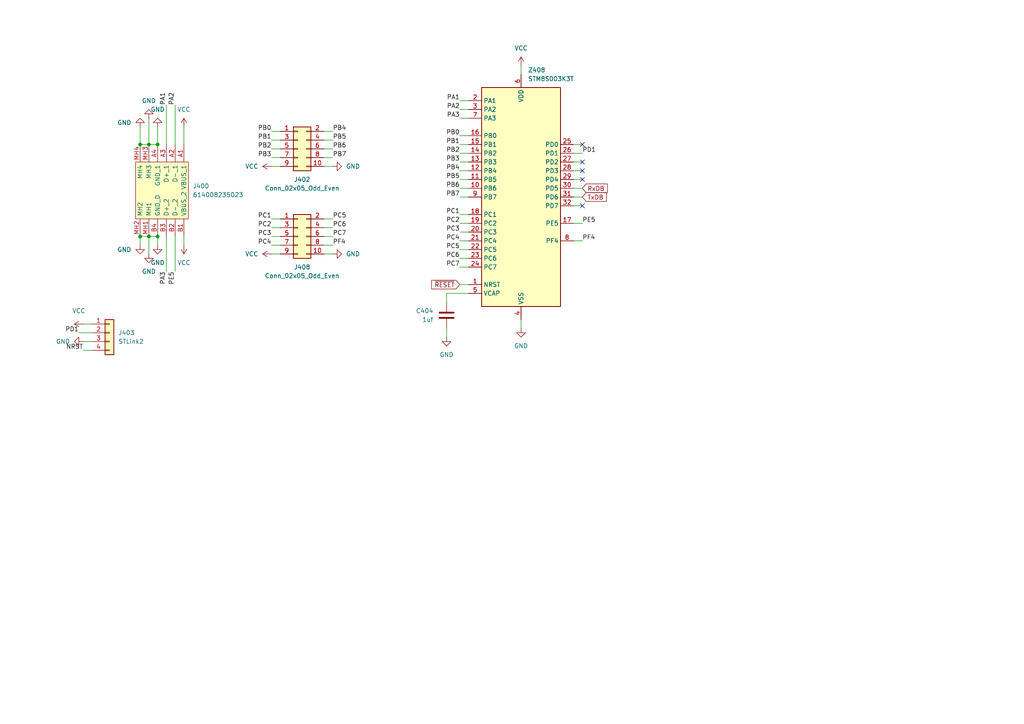
<source format=kicad_sch>
(kicad_sch (version 20211123) (generator eeschema)
  (paper "A4")
  (title_block (title "ACE4NOKB") (date "2020-04-30") (rev "Alpha") (company "Ontobus") (comment 1 "John Bradley") (comment 2 "https://creativecommons.org/licenses/by-nc-sa/4.0/") (comment 3 "Attribution-NonCommercial-ShareAlike 4.0 International License.") (comment 4 "This work is licensed under a Creative Commons "))
  (lib_symbols
    (symbol "Connector_Generic:Conn_01x04" (pin_names (offset 1.016) hide)
      (property "Reference" "J" (at 0 5.08 0))
      (property "Value" "Conn_01x04" (at 0 -7.62 0))
      (symbol "Conn_01x04_1_1"
        (rectangle (start -1.27 -4.953) (end 0 -5.207) (stroke (width 0.1524)))
        (rectangle (start -1.27 -2.413) (end 0 -2.667) (stroke (width 0.1524)))
        (rectangle (start -1.27 0.127) (end 0 -0.127) (stroke (width 0.1524)))
        (rectangle (start -1.27 2.667) (end 0 2.413) (stroke (width 0.1524)))
        (rectangle (start -1.27 3.81) (end 1.27 -6.35) (stroke (width 0.254)) (fill (type background)))
        (pin passive line (at -5.08 2.54 0) (length 3.81) (name "Pin_1") (number "1"))
        (pin passive line (at -5.08 0 0) (length 3.81) (name "Pin_2") (number "2"))
        (pin passive line (at -5.08 -2.54 0) (length 3.81) (name "Pin_3") (number "3"))
        (pin passive line (at -5.08 -5.08 0) (length 3.81) (name "Pin_4") (number "4"))
      )
    )
    (symbol "Connector_Generic:Conn_02x05_Odd_Even" (pin_names (offset 1.016) hide)
      (property "Reference" "J" (at 1.27 7.62 0))
      (property "Value" "Conn_02x05_Odd_Even" (at 1.27 -7.62 0))
      (symbol "Conn_02x05_Odd_Even_1_1"
        (rectangle (start -1.27 -4.953) (end 0 -5.207) (stroke (width 0.1524)))
        (rectangle (start -1.27 -2.413) (end 0 -2.667) (stroke (width 0.1524)))
        (rectangle (start -1.27 0.127) (end 0 -0.127) (stroke (width 0.1524)))
        (rectangle (start -1.27 2.667) (end 0 2.413) (stroke (width 0.1524)))
        (rectangle (start -1.27 5.207) (end 0 4.953) (stroke (width 0.1524)))
        (rectangle (start -1.27 6.35) (end 3.81 -6.35) (stroke (width 0.254)) (fill (type background)))
        (rectangle (start 3.81 -4.953) (end 2.54 -5.207) (stroke (width 0.1524)))
        (rectangle (start 3.81 -2.413) (end 2.54 -2.667) (stroke (width 0.1524)))
        (rectangle (start 3.81 0.127) (end 2.54 -0.127) (stroke (width 0.1524)))
        (rectangle (start 3.81 2.667) (end 2.54 2.413) (stroke (width 0.1524)))
        (rectangle (start 3.81 5.207) (end 2.54 4.953) (stroke (width 0.1524)))
        (pin passive line (at -5.08 5.08 0) (length 3.81) (name "Pin_1") (number "1"))
        (pin passive line (at 7.62 -5.08 180) (length 3.81) (name "Pin_10") (number "10"))
        (pin passive line (at 7.62 5.08 180) (length 3.81) (name "Pin_2") (number "2"))
        (pin passive line (at -5.08 2.54 0) (length 3.81) (name "Pin_3") (number "3"))
        (pin passive line (at 7.62 2.54 180) (length 3.81) (name "Pin_4") (number "4"))
        (pin passive line (at -5.08 0 0) (length 3.81) (name "Pin_5") (number "5"))
        (pin passive line (at 7.62 0 180) (length 3.81) (name "Pin_6") (number "6"))
        (pin passive line (at -5.08 -2.54 0) (length 3.81) (name "Pin_7") (number "7"))
        (pin passive line (at 7.62 -2.54 180) (length 3.81) (name "Pin_8") (number "8"))
        (pin passive line (at -5.08 -5.08 0) (length 3.81) (name "Pin_9") (number "9"))
      )
    )
    (symbol "Device:C" (pin_numbers hide) (pin_names (offset 0.254))
      (property "Reference" "C" (at 0.635 2.54 0))
      (property "Value" "C" (at 0.635 -2.54 0))
      (symbol "C_0_1"
        (polyline (pts (xy -2.032 -0.762) (xy 2.032 -0.762)) (stroke (width 0.508)))
        (polyline (pts (xy -2.032 0.762) (xy 2.032 0.762)) (stroke (width 0.508)))
      )
      (symbol "C_1_1"
        (pin passive line (at 0 3.81 270) (length 2.794) (name "~") (number "1"))
        (pin passive line (at 0 -3.81 90) (length 2.794) (name "~") (number "2"))
      )
    )
    (symbol "ExtraSymbols:614008235023" (pin_names (offset 0.762))
      (property "Reference" "J" (at 0 1.27 0))
      (property "Value" "614008235023" (at 13.97 1.27 0))
      (symbol "614008235023_0_0"
        (pin passive line (at -5.08 -1.27 0) (length 5.08) (name "VBUS_1") (number "A1"))
        (pin passive line (at -5.08 -3.81 0) (length 5.08) (name "D-_1") (number "A2"))
        (pin passive line (at -5.08 -6.35 0) (length 5.08) (name "D+_1") (number "A3"))
        (pin passive line (at -5.08 -8.89 0) (length 5.08) (name "GND_1") (number "A4"))
        (pin passive line (at 21.59 -1.27 180) (length 5.08) (name "VBUS_2") (number "B1"))
        (pin passive line (at 21.59 -3.81 180) (length 5.08) (name "D-_2") (number "B2"))
        (pin passive line (at 21.59 -6.35 180) (length 5.08) (name "D+_2") (number "B3"))
        (pin passive line (at 21.59 -8.89 180) (length 5.08) (name "GND_D") (number "B4"))
        (pin passive line (at 21.59 -11.43 180) (length 5.08) (name "MH1") (number "MH1"))
        (pin passive line (at 21.59 -13.97 180) (length 5.08) (name "MH2") (number "MH2"))
        (pin passive line (at -5.08 -11.43 0) (length 5.08) (name "MH3") (number "MH3"))
        (pin passive line (at -5.08 -13.97 0) (length 5.08) (name "MH4") (number "MH4"))
      )
      (symbol "614008235023_0_1"
        (rectangle (start 0 0) (end 16.51 -15.24) (fill (type background)))
      )
    )
    (symbol "MCU_ST_STM8:STM8S003K3T"
      (property "Reference" "U" (at 1.27 35.56 0))
      (property "Value" "STM8S003K3T" (at 1.27 33.02 0))
      (symbol "STM8S003K3T_0_1"
        (rectangle (start -11.43 31.75) (end 11.43 -31.75) (stroke (width 0.254)) (fill (type background)))
      )
      (symbol "STM8S003K3T_1_1"
        (pin input line (at -15.24 -25.4 0) (length 3.81) (name "NRST") (number "1"))
        (pin bidirectional line (at -15.24 2.54 0) (length 3.81) (name "PB6") (number "10"))
        (pin bidirectional line (at -15.24 5.08 0) (length 3.81) (name "PB5") (number "11"))
        (pin bidirectional line (at -15.24 7.62 0) (length 3.81) (name "PB4") (number "12"))
        (pin bidirectional line (at -15.24 10.16 0) (length 3.81) (name "PB3") (number "13"))
        (pin bidirectional line (at -15.24 12.7 0) (length 3.81) (name "PB2") (number "14"))
        (pin bidirectional line (at -15.24 15.24 0) (length 3.81) (name "PB1") (number "15"))
        (pin bidirectional line (at -15.24 17.78 0) (length 3.81) (name "PB0") (number "16"))
        (pin bidirectional line (at 15.24 -7.62 180) (length 3.81) (name "PE5") (number "17"))
        (pin bidirectional line (at -15.24 -5.08 0) (length 3.81) (name "PC1") (number "18"))
        (pin bidirectional line (at -15.24 -7.62 0) (length 3.81) (name "PC2") (number "19"))
        (pin bidirectional line (at -15.24 27.94 0) (length 3.81) (name "PA1") (number "2"))
        (pin bidirectional line (at -15.24 -10.16 0) (length 3.81) (name "PC3") (number "20"))
        (pin bidirectional line (at -15.24 -12.7 0) (length 3.81) (name "PC4") (number "21"))
        (pin bidirectional line (at -15.24 -15.24 0) (length 3.81) (name "PC5") (number "22"))
        (pin bidirectional line (at -15.24 -17.78 0) (length 3.81) (name "PC6") (number "23"))
        (pin bidirectional line (at -15.24 -20.32 0) (length 3.81) (name "PC7") (number "24"))
        (pin bidirectional line (at 15.24 15.24 180) (length 3.81) (name "PD0") (number "25"))
        (pin bidirectional line (at 15.24 12.7 180) (length 3.81) (name "PD1") (number "26"))
        (pin bidirectional line (at 15.24 10.16 180) (length 3.81) (name "PD2") (number "27"))
        (pin bidirectional line (at 15.24 7.62 180) (length 3.81) (name "PD3") (number "28"))
        (pin bidirectional line (at 15.24 5.08 180) (length 3.81) (name "PD4") (number "29"))
        (pin bidirectional line (at -15.24 25.4 0) (length 3.81) (name "PA2") (number "3"))
        (pin bidirectional line (at 15.24 2.54 180) (length 3.81) (name "PD5") (number "30"))
        (pin bidirectional line (at 15.24 0 180) (length 3.81) (name "PD6") (number "31"))
        (pin bidirectional line (at 15.24 -2.54 180) (length 3.81) (name "PD7") (number "32"))
        (pin power_in line (at 0 -35.56 90) (length 3.81) (name "VSS") (number "4"))
        (pin input line (at -15.24 -27.94 0) (length 3.81) (name "VCAP") (number "5"))
        (pin power_in line (at 0 35.56 270) (length 3.81) (name "VDD") (number "6"))
        (pin bidirectional line (at -15.24 22.86 0) (length 3.81) (name "PA3") (number "7"))
        (pin bidirectional line (at 15.24 -12.7 180) (length 3.81) (name "PF4") (number "8"))
        (pin bidirectional line (at -15.24 0 0) (length 3.81) (name "PB7") (number "9"))
      )
    )
    (symbol "power:GND" (power) (pin_names (offset 0))
      (property "Value" "GND" (at 0 -3.81 0))
      (symbol "GND_0_1"
        (polyline (pts (xy 0 0) (xy 0 -1.27) (xy 1.27 -1.27) (xy 0 -2.54) (xy -1.27 -1.27) (xy 0 -1.27)))
      )
      (symbol "GND_1_1"
        (pin power_in line (at 0 0 270) (length 0) hide (name "GND") (number "1"))
      )
    )
    (symbol "power:VCC" (power) (pin_names (offset 0))
      (property "Value" "VCC" (at 0 3.81 0))
      (symbol "VCC_0_1"
        (polyline (pts (xy -0.762 1.27) (xy 0 2.54)))
        (polyline (pts (xy 0 0) (xy 0 2.54)))
        (polyline (pts (xy 0 2.54) (xy 0.762 1.27)))
      )
      (symbol "VCC_1_1"
        (pin power_in line (at 0 0 90) (length 0) hide (name "VCC") (number "1"))
      )
    )
  )
  (junction (at 43.18 68.58))
  (junction (at 45.72 41.91))
  (junction (at 45.72 68.58))
  (junction (at 40.64 41.91))
  (junction (at 40.64 68.58))
  (junction (at 43.18 41.91))
  (no_connect (at 168.91 46.99))
  (no_connect (at 168.91 49.53))
  (no_connect (at 168.91 59.69))
  (no_connect (at 168.91 52.07))
  (no_connect (at 168.91 41.91))
  (wire (pts (xy 45.72 41.91) (xy 43.18 41.91)))
  (wire (pts (xy 93.98 43.18) (xy 96.52 43.18)))
  (wire (pts (xy 43.18 68.58) (xy 43.18 73.66)))
  (wire (pts (xy 48.26 30.48) (xy 48.26 41.91)))
  (wire (pts (xy 166.37 69.85) (xy 168.91 69.85)))
  (wire (pts (xy 135.89 57.15) (xy 133.35 57.15)))
  (wire (pts (xy 93.98 63.5) (xy 96.52 63.5)))
  (wire (pts (xy 50.8 78.74) (xy 50.8 68.58)))
  (wire (pts (xy 81.28 63.5) (xy 78.74 63.5)))
  (wire (pts (xy 26.67 99.06) (xy 24.13 99.06)))
  (wire (pts (xy 43.18 41.91) (xy 40.64 41.91)))
  (wire (pts (xy 81.28 66.04) (xy 78.74 66.04)))
  (wire (pts (xy 135.89 54.61) (xy 133.35 54.61)))
  (wire (pts (xy 93.98 48.26) (xy 96.52 48.26)))
  (wire (pts (xy 93.98 38.1) (xy 96.52 38.1)))
  (wire (pts (xy 129.54 85.09) (xy 135.89 85.09)))
  (wire (pts (xy 135.89 72.39) (xy 133.35 72.39)))
  (wire (pts (xy 43.18 41.91) (xy 43.18 34.29)))
  (wire (pts (xy 166.37 52.07) (xy 168.91 52.07)))
  (wire (pts (xy 135.89 34.29) (xy 133.35 34.29)))
  (wire (pts (xy 81.28 68.58) (xy 78.74 68.58)))
  (wire (pts (xy 81.28 43.18) (xy 78.74 43.18)))
  (wire (pts (xy 93.98 66.04) (xy 96.52 66.04)))
  (wire (pts (xy 81.28 40.64) (xy 78.74 40.64)))
  (wire (pts (xy 135.89 64.77) (xy 133.35 64.77)))
  (wire (pts (xy 135.89 31.75) (xy 133.35 31.75)))
  (wire (pts (xy 26.67 101.6) (xy 24.13 101.6)))
  (wire (pts (xy 135.89 52.07) (xy 133.35 52.07)))
  (wire (pts (xy 135.89 41.91) (xy 133.35 41.91)))
  (wire (pts (xy 53.34 68.58) (xy 53.34 71.12)))
  (wire (pts (xy 26.67 96.52) (xy 22.86 96.52)))
  (wire (pts (xy 135.89 49.53) (xy 133.35 49.53)))
  (wire (pts (xy 53.34 41.91) (xy 53.34 36.83)))
  (wire (pts (xy 50.8 30.48) (xy 50.8 41.91)))
  (wire (pts (xy 93.98 45.72) (xy 96.52 45.72)))
  (wire (pts (xy 129.54 95.25) (xy 129.54 97.79)))
  (wire (pts (xy 166.37 46.99) (xy 168.91 46.99)))
  (wire (pts (xy 26.67 93.98) (xy 24.13 93.98)))
  (wire (pts (xy 48.26 78.74) (xy 48.26 68.58)))
  (wire (pts (xy 135.89 82.55) (xy 133.35 82.55)))
  (wire (pts (xy 45.72 68.58) (xy 45.72 71.12)))
  (wire (pts (xy 40.64 68.58) (xy 40.64 71.12)))
  (wire (pts (xy 166.37 57.15) (xy 168.91 57.15)))
  (wire (pts (xy 129.54 85.09) (xy 129.54 87.63)))
  (wire (pts (xy 135.89 69.85) (xy 133.35 69.85)))
  (wire (pts (xy 81.28 71.12) (xy 78.74 71.12)))
  (wire (pts (xy 43.18 68.58) (xy 45.72 68.58)))
  (wire (pts (xy 166.37 49.53) (xy 168.91 49.53)))
  (wire (pts (xy 151.13 92.71) (xy 151.13 95.25)))
  (wire (pts (xy 81.28 45.72) (xy 78.74 45.72)))
  (wire (pts (xy 40.64 41.91) (xy 40.64 36.83)))
  (wire (pts (xy 93.98 71.12) (xy 96.52 71.12)))
  (wire (pts (xy 166.37 54.61) (xy 168.91 54.61)))
  (wire (pts (xy 135.89 29.21) (xy 133.35 29.21)))
  (wire (pts (xy 135.89 62.23) (xy 133.35 62.23)))
  (wire (pts (xy 81.28 38.1) (xy 78.74 38.1)))
  (wire (pts (xy 93.98 73.66) (xy 96.52 73.66)))
  (wire (pts (xy 166.37 41.91) (xy 168.91 41.91)))
  (wire (pts (xy 166.37 64.77) (xy 168.91 64.77)))
  (wire (pts (xy 151.13 21.59) (xy 151.13 19.05)))
  (wire (pts (xy 93.98 68.58) (xy 96.52 68.58)))
  (wire (pts (xy 78.74 48.26) (xy 81.28 48.26)))
  (wire (pts (xy 166.37 59.69) (xy 168.91 59.69)))
  (wire (pts (xy 93.98 40.64) (xy 96.52 40.64)))
  (wire (pts (xy 135.89 77.47) (xy 133.35 77.47)))
  (wire (pts (xy 135.89 46.99) (xy 133.35 46.99)))
  (wire (pts (xy 45.72 41.91) (xy 45.72 36.83)))
  (wire (pts (xy 135.89 67.31) (xy 133.35 67.31)))
  (wire (pts (xy 135.89 44.45) (xy 133.35 44.45)))
  (wire (pts (xy 78.74 73.66) (xy 81.28 73.66)))
  (wire (pts (xy 40.64 68.58) (xy 43.18 68.58)))
  (wire (pts (xy 135.89 74.93) (xy 133.35 74.93)))
  (wire (pts (xy 135.89 39.37) (xy 133.35 39.37)))
  (wire (pts (xy 166.37 44.45) (xy 168.91 44.45)))
  (label "PA1" (at 48.26 30.48 90))
  (label "PB0" (at 133.35 39.37 0))
  (label "PA3" (at 48.26 78.74 90))
  (label "PB7" (at 133.35 57.15 0))
  (label "PE5" (at 50.8 78.74 90))
  (label "PF4" (at 96.52 71.12 0))
  (label "PA2" (at 133.35 31.75 0))
  (label "PC3" (at 133.35 67.31 0))
  (label "PC6" (at 133.35 74.93 0))
  (label "PC7" (at 96.52 68.58 0))
  (label "NRST" (at 24.13 101.6 0))
  (label "PB0" (at 78.74 38.1 0))
  (label "PC7" (at 133.35 77.47 0))
  (label "PB3" (at 78.74 45.72 0))
  (label "PB4" (at 96.52 38.1 0))
  (label "PB2" (at 133.35 44.45 0))
  (label "PC2" (at 78.74 66.04 0))
  (label "PB3" (at 133.35 46.99 0))
  (label "PC5" (at 133.35 72.39 0))
  (label "PC3" (at 78.74 68.58 0))
  (label "PC4" (at 78.74 71.12 0))
  (label "PC5" (at 96.52 63.5 0))
  (label "PC1" (at 133.35 62.23 0))
  (label "PB5" (at 133.35 52.07 0))
  (label "PB5" (at 96.52 40.64 0))
  (label "PB1" (at 78.74 40.64 0))
  (label "PC1" (at 78.74 63.5 0))
  (label "PE5" (at 168.91 64.77 0))
  (label "PC2" (at 133.35 64.77 0))
  (label "PB7" (at 96.52 45.72 0))
  (label "PD1" (at 22.86 96.52 0))
  (label "PD1" (at 168.91 44.45 0))
  (label "PA1" (at 133.35 29.21 0))
  (label "PB2" (at 78.74 43.18 0))
  (label "PB4" (at 133.35 49.53 0))
  (label "PA2" (at 50.8 30.48 90))
  (label "PB6" (at 133.35 54.61 0))
  (label "PA3" (at 133.35 34.29 0))
  (label "PC6" (at 96.52 66.04 0))
  (label "PC4" (at 133.35 69.85 0))
  (label "PB6" (at 96.52 43.18 0))
  (label "PF4" (at 168.91 69.85 0))
  (label "PB1" (at 133.35 41.91 0))
  (global_label "~{RESET}" (shape input) (at 133.35 82.55 180) (property "Intersheetrefs" "${INTERSHEET_REFS}" (at 125.2806 82.4706 0) (effects (justify right))))
  (global_label "RxDB" (shape input) (at 168.91 54.61 0) (property "Intersheetrefs" "${INTERSHEET_REFS}" (at 176.0723 54.5306 0) (effects (justify left))))
  (global_label "TxDB" (shape input) (at 168.91 57.15 0) (property "Intersheetrefs" "${INTERSHEET_REFS}" (at 175.7699 57.0706 0) (effects (justify left))))
  (symbol (lib_id "ExtraSymbols:614008235023") (at 54.61 46.99 270) (unit 1)
    (property "Reference" "J400" (at 55.88 53.9749 90) (effects (justify left)))
    (property "Value" "614008235023" (at 55.88 56.5149 90) (effects (justify left)))
    (property "Footprint" "614008235023" (effects hide))
    (property "Datasheet" "http://katalog.we-online.de/em/datasheet/614008235023.pdf" (effects hide))
    (property "Description" "Wurth Elektronik WR-COM Series, Type A USB Connector, Receptacle" (effects hide))
    (property "Height" "16" (effects hide))
    (property "Mouser Part Number" "710-614008235023" (effects hide))
    (property "Mouser Price/Stock" "https://www.mouser.co.uk/ProductDetail/Wurth-Elektronik/614008235023/?qs=rS3zZhy2AQP6TSxAYKTnAw%3D%3D" (effects hide))
    (property "Manufacturer_Name" "Wurth Elektronik" (effects hide))
    (property "Manufacturer_Part_Number" "614008235023" (effects hide))
  )
  (symbol (lib_id "power:GND") (at 45.72 36.83 180) (unit 1)
    (property "Reference" "#~PWR0163" (effects hide))
    (property "Value" "GND" (at 45.72 31.75 0))
  )
  (symbol (lib_id "power:GND") (at 96.52 73.66 90) (unit 1)
    (property "Reference" "#0147" (effects hide))
    (property "Value" "GND" (at 100.33 73.6599 90) (effects (justify right)))
  )
  (symbol (lib_id "power:VCC") (at 78.74 73.66 90) (unit 1)
    (property "Reference" "#0148" (effects hide))
    (property "Value" "VCC" (at 74.93 73.6599 90) (effects (justify left)))
  )
  (symbol (lib_id "Connector_Generic:Conn_02x05_Odd_Even") (at 86.36 68.58 0) (unit 1)
    (property "Reference" "J408" (at 87.63 77.47 0))
    (property "Value" "Conn_02x05_Odd_Even" (at 87.63 80.01 0))
    (property "Footprint" "Connector_PinHeader_2.54mm:PinHeader_2x05_P2.54mm_Vertical" (effects hide))
    (property "Manufacturer_Name" "Amphenol FCI" (effects hide))
    (property "Manufacturer_Part_Number" "10129381-910001BLF" (effects hide))
  )
  (symbol (lib_id "MCU_ST_STM8:STM8S003K3T") (at 151.13 57.15 0) (unit 1)
    (property "Reference" "Z408" (at 153.1494 20.32 0) (effects (justify left)))
    (property "Value" "STM8S003K3T" (at 153.1494 22.86 0) (effects (justify left)))
    (property "Footprint" "Package_QFP:LQFP-32_7x7mm_P0.8mm" (effects hide))
    (property "Datasheet" "http://www.st.com/st-web-ui/static/active/en/resource/technical/document/datasheet/DM00024550.pdf" (effects hide))
    (property "Manufacturer_Name" "STMicroelectronics" (effects hide))
    (property "Manufacturer_Part_Number" "STM8S003K3T6CTR" (effects hide))
  )
  (symbol (lib_id "power:GND") (at 45.72 71.12 0) (unit 1)
    (property "Reference" "#~PWR0165" (effects hide))
    (property "Value" "GND" (at 45.72 76.2 0))
  )
  (symbol (lib_id "power:GND") (at 151.13 95.25 0) (unit 1)
    (property "Reference" "#~PWR0140" (effects hide))
    (property "Value" "GND" (at 151.13 100.33 0))
  )
  (symbol (lib_id "power:VCC") (at 151.13 19.05 0) (unit 1)
    (property "Reference" "#~PWR0141" (effects hide))
    (property "Value" "VCC" (at 151.13 13.97 0))
  )
  (symbol (lib_id "power:GND") (at 40.64 36.83 180) (unit 1)
    (property "Reference" "#~PWR0144" (effects hide))
    (property "Value" "GND" (at 38.1 35.5599 0) (effects (justify left)))
  )
  (symbol (lib_id "power:VCC") (at 53.34 71.12 180) (unit 1)
    (property "Reference" "#~PWR0145" (effects hide))
    (property "Value" "VCC" (at 53.34 76.2 0))
  )
  (symbol (lib_id "Connector_Generic:Conn_01x04") (at 31.75 96.52 0) (unit 1)
    (property "Reference" "J403" (at 34.29 96.5199 0) (effects (justify left)))
    (property "Value" "STLink2" (at 34.29 99.0599 0) (effects (justify left)))
    (property "Footprint" "Connector_PinHeader_2.54mm:PinHeader_1x04_P2.54mm_Vertical" (effects hide))
    (property "Manufacturer_Name" "Samtec" (effects hide))
    (property "Manufacturer_Part_Number" "HTSW-104-24-F-S" (effects hide))
  )
  (symbol (lib_id "power:VCC") (at 24.13 93.98 90) (unit 1)
    (property "Reference" "#~PWR0168" (effects hide))
    (property "Value" "VCC" (at 22.86 90.17 90))
  )
  (symbol (lib_id "power:VCC") (at 53.34 36.83 0) (unit 1)
    (property "Reference" "#~PWR0146" (effects hide))
    (property "Value" "VCC" (at 53.34 31.75 0))
  )
  (symbol (lib_id "power:GND") (at 24.13 99.06 270) (unit 1)
    (property "Reference" "#~PWR0169" (effects hide))
    (property "Value" "GND" (at 20.32 99.0599 90) (effects (justify right)))
  )
  (symbol (lib_id "power:GND") (at 43.18 34.29 180) (unit 1)
    (property "Reference" "#~PWR0148" (effects hide))
    (property "Value" "GND" (at 43.18 29.21 0))
  )
  (symbol (lib_id "power:GND") (at 43.18 73.66 0) (unit 1)
    (property "Reference" "#~PWR0149" (effects hide))
    (property "Value" "GND" (at 43.18 78.74 0))
  )
  (symbol (lib_id "power:GND") (at 40.64 71.12 0) (unit 1)
    (property "Reference" "#~PWR0152" (effects hide))
    (property "Value" "GND" (at 38.1 72.3899 0) (effects (justify right)))
  )
  (symbol (lib_id "power:GND") (at 96.52 48.26 90) (unit 1)
    (property "Reference" "#~PWR0164" (effects hide))
    (property "Value" "GND" (at 100.33 48.2599 90) (effects (justify right)))
  )
  (symbol (lib_id "power:VCC") (at 78.74 48.26 90) (unit 1)
    (property "Reference" "#~PWR0166" (effects hide))
    (property "Value" "VCC" (at 74.93 48.2599 90) (effects (justify left)))
  )
  (symbol (lib_id "Connector_Generic:Conn_02x05_Odd_Even") (at 86.36 43.18 0) (unit 1)
    (property "Reference" "J402" (at 87.63 52.07 0))
    (property "Value" "Conn_02x05_Odd_Even" (at 87.63 54.61 0))
    (property "Footprint" "Connector_PinHeader_2.54mm:PinHeader_2x05_P2.54mm_Vertical" (effects hide))
    (property "Manufacturer_Name" "Amphenol FCI" (effects hide))
    (property "Manufacturer_Part_Number" "10129381-910001BLF" (effects hide))
  )
  (symbol (lib_id "Device:C") (at 129.54 91.44 0) (unit 1)
    (property "Reference" "C404" (at 125.73 90.1699 0) (effects (justify right)))
    (property "Value" "1uf" (at 125.73 92.7099 0) (effects (justify right)))
    (property "Footprint" "Capacitor_THT:C_Disc_D3.0mm_W1.6mm_P2.50mm" (effects hide))
    (property "Manufacturer_Name" "Lelon" (effects hide))
    (property "Manufacturer_Part_Number" "REA010M2CBK-0511P" (effects hide))
  )
  (symbol (lib_id "power:GND") (at 129.54 97.79 0) (unit 1)
    (property "Reference" "#~PWR0167" (effects hide))
    (property "Value" "GND" (at 129.54 102.87 0))
  )
)
</source>
